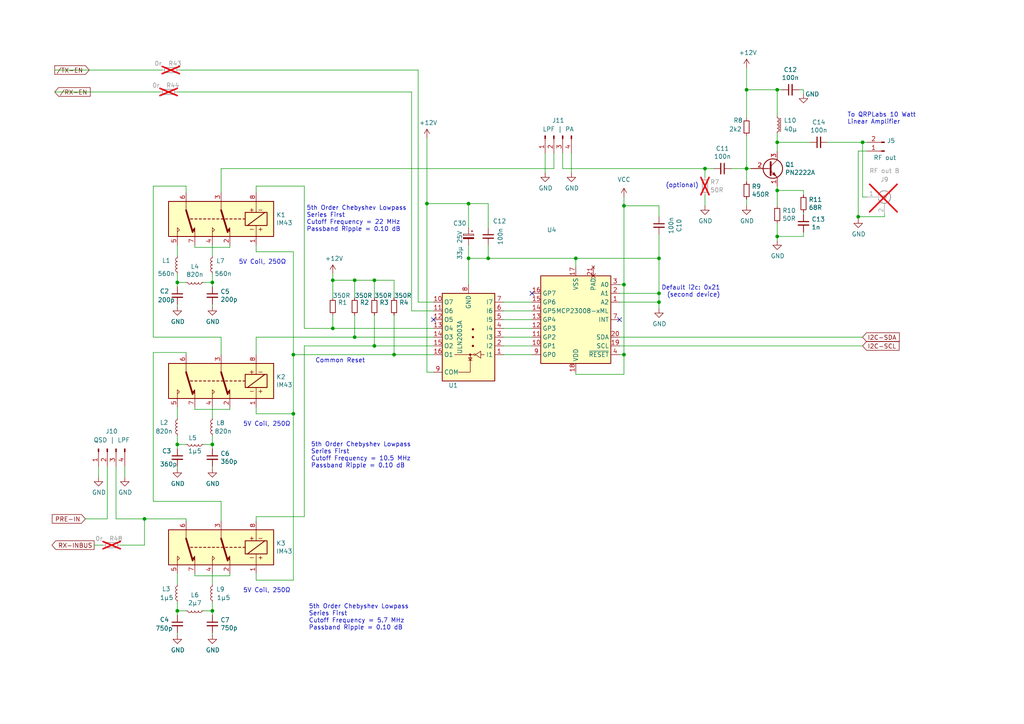
<source format=kicad_sch>
(kicad_sch (version 20230121) (generator eeschema)
  (paper "A4")
  (title_block (title "HF IQ Transceiver PiggyBack for Pi (not a hat)") (date "2024-01-21") (rev "2.0-1") (company "AE0GL: Mario P. Vano") (comment 1 "Sheet 1: Power Supplies, Headset and GPIO"))
  (lib_symbols
    (symbol "Connector:Conn_01x04_Pin" (pin_names (offset 1.016) hide)
      (property "Reference" "J" (at 0 5.08 0))
      (property "Value" "Conn_01x04_Pin" (at 0 -7.62 0))
      (symbol "Conn_01x04_Pin_1_1"
        (pin passive line (at 5.08 2.54 180) (length 3.81) (name "Pin_1") (number "1"))
        (pin passive line (at 5.08 0 180) (length 3.81) (name "Pin_2") (number "2"))
        (pin passive line (at 5.08 -2.54 180) (length 3.81) (name "Pin_3") (number "3"))
        (pin passive line (at 5.08 -5.08 180) (length 3.81) (name "Pin_4") (number "4"))
      )
    )
    (symbol "Connector:Conn_Coaxial" (pin_names (offset 1.016) hide)
      (property "Reference" "J" (at 0.254 3.048 0))
      (property "Value" "Conn_Coaxial" (at 2.921 0 90))
      (symbol "Conn_Coaxial_1_1"
        (pin passive line (at -5.08 0 0) (length 2.54) (name "In") (number "1"))
        (pin passive line (at 0 -5.08 90) (length 2.54) (name "Ext") (number "2"))
      )
    )
    (symbol "Device:C_Small" (pin_numbers hide) (pin_names (offset 0.254) hide)
      (property "Reference" "C" (at 0.254 1.778 0))
      (property "Value" "C_Small" (at 0.254 -2.032 0))
      (symbol "C_Small_1_1"
        (pin passive line (at 0 2.54 270) (length 2.032) (name "~") (number "1"))
        (pin passive line (at 0 -2.54 90) (length 2.032) (name "~") (number "2"))
      )
    )
    (symbol "Device:L_Small" (pin_numbers hide) (pin_names (offset 0.254) hide)
      (property "Reference" "L" (at 0.762 1.016 0))
      (property "Value" "L_Small" (at 0.762 -1.016 0))
      (symbol "L_Small_1_1"
        (pin passive line (at 0 2.54 270) (length 0.508) (name "~") (number "1"))
        (pin passive line (at 0 -2.54 90) (length 0.508) (name "~") (number "2"))
      )
    )
    (symbol "Device:R_Small" (pin_numbers hide) (pin_names (offset 0.254) hide)
      (property "Reference" "R" (at 0.762 0.508 0))
      (property "Value" "R_Small" (at 0.762 -1.016 0))
      (symbol "R_Small_1_1"
        (pin passive line (at 0 2.54 270) (length 0.762) (name "~") (number "1"))
        (pin passive line (at 0 -2.54 90) (length 0.762) (name "~") (number "2"))
      )
    )
    (symbol "MPV-2024:MCP23008-xML"
      (property "Reference" "U" (at -8.89 13.97 0))
      (property "Value" "MCP23008-xML" (at 8.89 13.97 0))
      (symbol "MCP23008-xML_1_1"
        (pin input line (at -12.7 -5.08 0) (length 2.54) (name "A2") (number "1"))
        (pin bidirectional line (at 12.7 7.62 180) (length 2.54) (name "GP1") (number "10"))
        (pin bidirectional line (at 12.7 5.08 180) (length 2.54) (name "GP2") (number "11"))
        (pin bidirectional line (at 12.7 2.54 180) (length 2.54) (name "GP3") (number "12"))
        (pin bidirectional line (at 12.7 0 180) (length 2.54) (name "GP4") (number "13"))
        (pin bidirectional line (at 12.7 -2.54 180) (length 2.54) (name "GP5") (number "14"))
        (pin bidirectional line (at 12.7 -5.08 180) (length 2.54) (name "GP6") (number "15"))
        (pin bidirectional line (at 12.7 -7.62 180) (length 2.54) (name "GP7") (number "16"))
        (pin power_in line (at 0 -15.24 90) (length 2.54) (name "VSS") (number "17"))
        (pin power_in line (at 0 15.24 270) (length 2.54) (name "VDD") (number "18"))
        (pin input line (at -12.7 7.62 0) (length 2.54) (name "SCL") (number "19"))
        (pin input line (at -12.7 -7.62 0) (length 2.54) (name "A1") (number "2"))
        (pin bidirectional line (at -12.7 5.08 0) (length 2.54) (name "SDA") (number "20"))
        (pin no_connect non_logic (at -5.08 -15.24 90) (length 2.54) (name "PAD") (number "21"))
        (pin input line (at -12.7 -10.16 0) (length 2.54) (name "A0") (number "3"))
        (pin input line (at -12.7 10.16 0) (length 2.54) (name "~{RESET}") (number "4"))
        (pin no_connect line (at -10.16 2.54 0) (length 2.54) hide (name "NC") (number "5"))
        (pin no_connect line (at -10.16 -2.54 0) (length 2.54) hide (name "NC") (number "6"))
        (pin output line (at -12.7 0 0) (length 2.54) (name "INT") (number "7"))
        (pin no_connect line (at 10.16 -10.16 180) (length 2.54) hide (name "NC") (number "8"))
        (pin bidirectional line (at 12.7 10.16 180) (length 2.54) (name "GP0") (number "9"))
      )
    )
    (symbol "Relay:IM43"
      (property "Reference" "K" (at 16.51 3.81 0))
      (property "Value" "IM43" (at 16.51 1.27 0))
      (symbol "IM43_0_0"
        (text "+ -" (at -10.16 -2.667 0) (effects (font (size 1.27 1.27))))
        (text "- +" (at -10.16 2.921 0) (effects (font (size 1.27 1.27))))
      )
      (symbol "IM43_1_1"
        (pin passive line (at -10.16 7.62 270) (length 2.54) (name "~") (number "1"))
        (pin passive line (at -2.54 7.62 270) (length 2.54) (name "~") (number "2"))
        (pin passive line (at 0 -7.62 90) (length 2.54) (name "~") (number "3"))
        (pin passive line (at 2.54 7.62 270) (length 2.54) (name "~") (number "4"))
        (pin passive line (at 12.7 7.62 270) (length 2.54) (name "~") (number "5"))
        (pin passive line (at 10.16 -7.62 90) (length 2.54) (name "~") (number "6"))
        (pin passive line (at 7.62 7.62 270) (length 2.54) (name "~") (number "7"))
        (pin passive line (at -10.16 -7.62 90) (length 2.54) (name "~") (number "8"))
      )
    )
    (symbol "Transistor_Array:ULN2003A"
      (property "Reference" "U" (at 0 15.875 0))
      (property "Value" "ULN2003A" (at 0 13.97 0))
      (symbol "ULN2003A_1_1"
        (pin input line (at -10.16 5.08 0) (length 2.54) (name "I1") (number "1"))
        (pin open_collector line (at 10.16 -10.16 180) (length 2.54) (name "O7") (number "10"))
        (pin open_collector line (at 10.16 -7.62 180) (length 2.54) (name "O6") (number "11"))
        (pin open_collector line (at 10.16 -5.08 180) (length 2.54) (name "O5") (number "12"))
        (pin open_collector line (at 10.16 -2.54 180) (length 2.54) (name "O4") (number "13"))
        (pin open_collector line (at 10.16 0 180) (length 2.54) (name "O3") (number "14"))
        (pin open_collector line (at 10.16 2.54 180) (length 2.54) (name "O2") (number "15"))
        (pin open_collector line (at 10.16 5.08 180) (length 2.54) (name "O1") (number "16"))
        (pin input line (at -10.16 2.54 0) (length 2.54) (name "I2") (number "2"))
        (pin input line (at -10.16 0 0) (length 2.54) (name "I3") (number "3"))
        (pin input line (at -10.16 -2.54 0) (length 2.54) (name "I4") (number "4"))
        (pin input line (at -10.16 -5.08 0) (length 2.54) (name "I5") (number "5"))
        (pin input line (at -10.16 -7.62 0) (length 2.54) (name "I6") (number "6"))
        (pin input line (at -10.16 -10.16 0) (length 2.54) (name "I7") (number "7"))
        (pin power_in line (at 0 -15.24 90) (length 2.54) (name "GND") (number "8"))
        (pin passive line (at 10.16 10.16 180) (length 2.54) (name "COM") (number "9"))
      )
    )
    (symbol "Transistor_BJT:PN2222A" (pin_names (offset 0) hide)
      (property "Reference" "Q" (at 5.08 1.905 0))
      (property "Value" "PN2222A" (at 5.08 0 0))
      (symbol "PN2222A_1_1"
        (pin passive line (at 2.54 -5.08 90) (length 2.54) (name "E") (number "1"))
        (pin input line (at -5.08 0 0) (length 5.08) (name "B") (number "2"))
        (pin passive line (at 2.54 5.08 270) (length 2.54) (name "C") (number "3"))
      )
    )
    (symbol "power:+12V" (power) (pin_names (offset 0))
      (property "Value" "+12V" (at 0 3.556 0))
      (symbol "+12V_1_1"
        (pin power_in line (at 0 0 90) (length 0) hide (name "+12V") (number "1"))
      )
    )
    (symbol "power:GND" (power) (pin_names (offset 0))
      (property "Value" "GND" (at 0 -3.81 0))
      (symbol "GND_1_1"
        (pin power_in line (at 0 0 270) (length 0) hide (name "GND") (number "1"))
      )
    )
    (symbol "power:VCC" (power) (pin_names (offset 0))
      (property "Value" "VCC" (at 0 3.81 0))
      (symbol "VCC_1_1"
        (pin power_in line (at 0 0 90) (length 0) hide (name "VCC") (number "1"))
      )
    )
    (symbol "predriver-rescue:Conn_01x02_Male-Connector" (pin_names (offset 1.016) hide)
      (property "Reference" "J" (at 0 2.54 0))
      (property "Value" "Connector_Conn_01x02_Male" (at 0 -5.08 0))
      (symbol "Conn_01x02_Male-Connector_1_1"
        (pin passive line (at 5.08 0 180) (length 3.81) (name "Pin_1") (number "1"))
        (pin passive line (at 5.08 -2.54 180) (length 3.81) (name "Pin_2") (number "2"))
      )
    )
    (symbol "predriver-rescue:L_Core_Ferrite_Small-Device" (pin_numbers hide) (pin_names (offset 0.254) hide)
      (property "Reference" "L" (at 1.27 1.016 0))
      (property "Value" "Device_L_Core_Ferrite_Small" (at 1.27 -1.27 0))
      (symbol "L_Core_Ferrite_Small-Device_1_1"
        (pin passive line (at 0 2.54 270) (length 0.508) (name "~") (number "1"))
        (pin passive line (at 0 -2.54 90) (length 0.508) (name "~") (number "2"))
      )
    )
    (symbol "radiohead-rescue:CP_Small-Device" (pin_numbers hide) (pin_names (offset 0.254) hide)
      (property "Reference" "C" (at 0.254 1.778 0))
      (property "Value" "CP_Small-Device" (at 0.254 -2.032 0))
      (symbol "CP_Small-Device_1_1"
        (pin passive line (at 0 2.54 270) (length 1.8542) (name "~") (number "1"))
        (pin passive line (at 0 -2.54 90) (length 1.8542) (name "~") (number "2"))
      )
    )
  )
  (junction (at 248.92 62.865))
  (junction (at 114.3 102.87))
  (junction (at 191.135 74.93))
  (junction (at 41.91 150.495))
  (junction (at 51.435 81.915))
  (junction (at 51.435 128.905))
  (junction (at 250.19 41.275))
  (junction (at 85.09 120.015))
  (junction (at 167.005 74.93))
  (junction (at 102.87 97.79))
  (junction (at 225.425 26.035))
  (junction (at 225.425 68.58))
  (junction (at 108.585 81.28))
  (junction (at 51.435 177.165))
  (junction (at 180.975 102.87))
  (junction (at 61.595 128.905))
  (junction (at 96.52 95.25))
  (junction (at 225.425 41.275))
  (junction (at 102.87 81.28))
  (junction (at 96.52 81.28))
  (junction (at 85.09 102.87))
  (junction (at 135.89 74.93))
  (junction (at 180.975 59.69))
  (junction (at 191.135 87.63))
  (junction (at 204.47 48.895))
  (junction (at 225.425 55.245))
  (junction (at 108.585 100.33))
  (junction (at 216.535 26.035))
  (junction (at 61.595 81.915))
  (junction (at 216.535 48.895))
  (junction (at 180.975 82.55))
  (junction (at 61.595 177.165))
  (junction (at 135.89 59.055))
  (junction (at 141.605 74.93))
  (junction (at 191.135 85.09))
  (junction (at 123.825 59.055))
  (no_connect (at 179.705 92.71))
  (no_connect (at 125.73 92.71))
  (no_connect (at 154.305 85.09))
  (wire (pts (xy 141.605 66.04) (xy 141.605 59.055)))
  (wire (pts (xy 88.265 95.25) (xy 96.52 95.25)))
  (wire (pts (xy 51.435 130.175) (xy 51.435 128.905)))
  (wire (pts (xy 248.92 62.865) (xy 256.54 62.865)))
  (wire (pts (xy 56.515 118.11) (xy 56.515 118.745)))
  (wire (pts (xy 24.765 150.495) (xy 31.115 150.495)))
  (wire (pts (xy 61.595 130.175) (xy 61.595 128.905)))
  (wire (pts (xy 167.005 74.93) (xy 191.135 74.93)))
  (wire (pts (xy 61.595 135.89) (xy 61.595 135.255)))
  (wire (pts (xy 41.91 158.115) (xy 41.91 150.495)))
  (wire (pts (xy 146.05 102.87) (xy 154.305 102.87)))
  (wire (pts (xy 108.585 100.33) (xy 88.265 100.33)))
  (wire (pts (xy 74.295 149.86) (xy 88.265 149.86)))
  (wire (pts (xy 61.595 166.37) (xy 61.595 169.545)))
  (wire (pts (xy 251.46 43.815) (xy 248.92 43.815)))
  (wire (pts (xy 74.295 53.975) (xy 88.265 53.975)))
  (wire (pts (xy 96.52 81.28) (xy 102.87 81.28)))
  (wire (pts (xy 225.425 53.975) (xy 225.425 55.245)))
  (wire (pts (xy 191.135 74.93) (xy 191.135 85.09)))
  (wire (pts (xy 160.655 44.45) (xy 160.655 48.895)))
  (wire (pts (xy 56.515 118.745) (xy 66.675 118.745)))
  (wire (pts (xy 96.52 79.375) (xy 96.52 81.28)))
  (wire (pts (xy 216.535 26.035) (xy 225.425 26.035)))
  (wire (pts (xy 191.135 85.09) (xy 191.135 87.63)))
  (wire (pts (xy 44.45 53.975) (xy 44.45 97.79)))
  (wire (pts (xy 216.535 57.785) (xy 216.535 59.69)))
  (wire (pts (xy 85.09 102.87) (xy 114.3 102.87)))
  (wire (pts (xy 165.735 44.45) (xy 165.735 50.165)))
  (wire (pts (xy 61.595 81.915) (xy 59.055 81.915)))
  (wire (pts (xy 216.535 19.685) (xy 216.535 26.035)))
  (wire (pts (xy 204.47 48.895) (xy 163.195 48.895)))
  (wire (pts (xy 53.975 102.87) (xy 53.975 102.235)))
  (wire (pts (xy 135.89 74.93) (xy 135.89 82.55)))
  (wire (pts (xy 51.435 177.165) (xy 53.975 177.165)))
  (wire (pts (xy 179.705 82.55) (xy 180.975 82.55)))
  (wire (pts (xy 74.295 149.86) (xy 74.295 151.13)))
  (wire (pts (xy 179.705 85.09) (xy 191.135 85.09)))
  (wire (pts (xy 64.135 145.415) (xy 44.45 145.415)))
  (wire (pts (xy 146.05 87.63) (xy 154.305 87.63)))
  (wire (pts (xy 51.435 71.12) (xy 51.435 74.295)))
  (wire (pts (xy 114.3 102.87) (xy 125.73 102.87)))
  (wire (pts (xy 44.45 102.235) (xy 44.45 145.415)))
  (wire (pts (xy 61.595 118.11) (xy 61.595 121.285)))
  (wire (pts (xy 216.535 34.29) (xy 216.535 26.035)))
  (wire (pts (xy 225.425 38.735) (xy 225.425 41.275)))
  (wire (pts (xy 146.05 97.79) (xy 154.305 97.79)))
  (wire (pts (xy 123.825 40.005) (xy 123.825 59.055)))
  (wire (pts (xy 191.135 74.93) (xy 191.135 67.945)))
  (wire (pts (xy 61.595 83.185) (xy 61.595 81.915)))
  (wire (pts (xy 216.535 52.705) (xy 216.535 48.895)))
  (wire (pts (xy 53.975 53.975) (xy 44.45 53.975)))
  (wire (pts (xy 225.425 26.035) (xy 226.695 26.035)))
  (wire (pts (xy 34.925 158.115) (xy 41.91 158.115)))
  (wire (pts (xy 141.605 74.93) (xy 135.89 74.93)))
  (wire (pts (xy 51.435 178.435) (xy 51.435 177.165)))
  (wire (pts (xy 179.705 97.79) (xy 250.19 97.79)))
  (wire (pts (xy 146.05 100.33) (xy 154.305 100.33)))
  (wire (pts (xy 96.52 95.25) (xy 125.73 95.25)))
  (wire (pts (xy 212.09 48.895) (xy 216.535 48.895)))
  (wire (pts (xy 51.435 135.89) (xy 51.435 135.255)))
  (wire (pts (xy 61.595 178.435) (xy 61.595 177.165)))
  (wire (pts (xy 85.09 73.025) (xy 85.09 102.87)))
  (wire (pts (xy 180.975 59.69) (xy 180.975 82.55)))
  (wire (pts (xy 31.115 135.255) (xy 31.115 150.495)))
  (wire (pts (xy 27.305 158.115) (xy 29.845 158.115)))
  (wire (pts (xy 61.595 184.15) (xy 61.595 183.515)))
  (wire (pts (xy 15.875 26.67) (xy 46.355 26.67)))
  (wire (pts (xy 51.435 118.11) (xy 51.435 121.285)))
  (wire (pts (xy 225.425 55.245) (xy 225.425 59.69)))
  (wire (pts (xy 56.515 71.755) (xy 66.675 71.755)))
  (wire (pts (xy 102.87 81.28) (xy 102.87 86.36)))
  (wire (pts (xy 108.585 100.33) (xy 125.73 100.33)))
  (wire (pts (xy 51.435 128.905) (xy 53.975 128.905)))
  (wire (pts (xy 204.47 48.895) (xy 207.01 48.895)))
  (wire (pts (xy 225.425 64.77) (xy 225.425 68.58)))
  (wire (pts (xy 114.3 81.28) (xy 114.3 86.36)))
  (wire (pts (xy 251.46 57.15) (xy 250.19 57.15)))
  (wire (pts (xy 51.435 126.365) (xy 51.435 128.905)))
  (wire (pts (xy 123.825 59.055) (xy 123.825 107.95)))
  (wire (pts (xy 256.54 62.23) (xy 256.54 62.865)))
  (wire (pts (xy 61.595 177.165) (xy 59.055 177.165)))
  (wire (pts (xy 61.595 79.375) (xy 61.595 81.915)))
  (wire (pts (xy 179.705 87.63) (xy 191.135 87.63)))
  (wire (pts (xy 125.73 87.63) (xy 121.285 87.63)))
  (wire (pts (xy 250.19 41.275) (xy 251.46 41.275)))
  (wire (pts (xy 114.3 91.44) (xy 114.3 102.87)))
  (wire (pts (xy 66.675 118.745) (xy 66.675 118.11)))
  (wire (pts (xy 146.05 95.25) (xy 154.305 95.25)))
  (wire (pts (xy 64.135 55.88) (xy 64.135 48.895)))
  (wire (pts (xy 216.535 48.895) (xy 217.805 48.895)))
  (wire (pts (xy 180.975 82.55) (xy 180.975 102.87)))
  (wire (pts (xy 85.09 73.025) (xy 74.295 73.025)))
  (wire (pts (xy 233.045 26.035) (xy 233.045 27.305)))
  (wire (pts (xy 74.295 53.975) (xy 74.295 55.88)))
  (wire (pts (xy 250.19 41.275) (xy 250.19 57.15)))
  (wire (pts (xy 167.005 74.93) (xy 167.005 77.47)))
  (wire (pts (xy 74.295 120.015) (xy 74.295 118.11)))
  (wire (pts (xy 108.585 91.44) (xy 108.585 100.33)))
  (wire (pts (xy 225.425 26.035) (xy 225.425 33.655)))
  (wire (pts (xy 51.435 81.915) (xy 53.975 81.915)))
  (wire (pts (xy 28.575 135.255) (xy 28.575 138.43)))
  (wire (pts (xy 64.135 145.415) (xy 64.135 151.13)))
  (wire (pts (xy 61.595 126.365) (xy 61.595 128.905)))
  (wire (pts (xy 51.435 166.37) (xy 51.435 169.545)))
  (wire (pts (xy 51.435 174.625) (xy 51.435 177.165)))
  (wire (pts (xy 85.09 120.015) (xy 74.295 120.015)))
  (wire (pts (xy 180.975 59.69) (xy 191.135 59.69)))
  (wire (pts (xy 119.38 90.17) (xy 119.38 26.67)))
  (wire (pts (xy 225.425 69.85) (xy 225.425 68.58)))
  (wire (pts (xy 15.875 20.32) (xy 46.99 20.32)))
  (wire (pts (xy 102.87 91.44) (xy 102.87 97.79)))
  (wire (pts (xy 102.87 81.28) (xy 108.585 81.28)))
  (wire (pts (xy 61.595 128.905) (xy 59.055 128.905)))
  (wire (pts (xy 33.655 135.255) (xy 33.655 150.495)))
  (wire (pts (xy 231.775 26.035) (xy 233.045 26.035)))
  (wire (pts (xy 146.05 90.17) (xy 154.305 90.17)))
  (wire (pts (xy 163.195 44.45) (xy 163.195 48.895)))
  (wire (pts (xy 154.305 92.71) (xy 146.05 92.71)))
  (wire (pts (xy 74.295 73.025) (xy 74.295 71.12)))
  (wire (pts (xy 248.92 62.865) (xy 248.92 63.5)))
  (wire (pts (xy 248.92 43.815) (xy 248.92 62.865)))
  (wire (pts (xy 108.585 81.28) (xy 114.3 81.28)))
  (wire (pts (xy 56.515 71.12) (xy 56.515 71.755)))
  (wire (pts (xy 85.09 168.275) (xy 74.295 168.275)))
  (wire (pts (xy 167.005 108.585) (xy 180.975 108.585)))
  (wire (pts (xy 233.045 67.31) (xy 233.045 68.58)))
  (wire (pts (xy 66.675 71.755) (xy 66.675 71.12)))
  (wire (pts (xy 61.595 71.12) (xy 61.595 74.295)))
  (wire (pts (xy 121.285 87.63) (xy 121.285 20.32)))
  (wire (pts (xy 123.825 107.95) (xy 125.73 107.95)))
  (wire (pts (xy 44.45 97.79) (xy 64.135 97.79)))
  (wire (pts (xy 108.585 86.36) (xy 108.585 81.28)))
  (wire (pts (xy 74.295 168.275) (xy 74.295 166.37)))
  (wire (pts (xy 119.38 26.67) (xy 51.435 26.67)))
  (wire (pts (xy 53.975 102.235) (xy 44.45 102.235)))
  (wire (pts (xy 233.045 55.245) (xy 233.045 56.515)))
  (wire (pts (xy 119.38 90.17) (xy 125.73 90.17)))
  (wire (pts (xy 88.265 100.33) (xy 88.265 149.86)))
  (wire (pts (xy 53.975 150.495) (xy 53.975 151.13)))
  (wire (pts (xy 64.135 48.895) (xy 160.655 48.895)))
  (wire (pts (xy 51.435 79.375) (xy 51.435 81.915)))
  (wire (pts (xy 216.535 39.37) (xy 216.535 48.895)))
  (wire (pts (xy 51.435 88.9) (xy 51.435 88.265)))
  (wire (pts (xy 74.295 97.79) (xy 102.87 97.79)))
  (wire (pts (xy 135.89 66.04) (xy 135.89 59.055)))
  (wire (pts (xy 121.285 20.32) (xy 52.07 20.32)))
  (wire (pts (xy 141.605 71.12) (xy 141.605 74.93)))
  (wire (pts (xy 179.705 100.33) (xy 250.19 100.33)))
  (wire (pts (xy 135.89 71.12) (xy 135.89 74.93)))
  (wire (pts (xy 102.87 97.79) (xy 125.73 97.79)))
  (wire (pts (xy 41.91 150.495) (xy 53.975 150.495)))
  (wire (pts (xy 88.265 95.25) (xy 88.265 53.975)))
  (wire (pts (xy 191.135 59.69) (xy 191.135 62.865)))
  (wire (pts (xy 53.975 55.88) (xy 53.975 53.975)))
  (wire (pts (xy 85.09 120.015) (xy 85.09 168.275)))
  (wire (pts (xy 66.675 167.005) (xy 66.675 166.37)))
  (wire (pts (xy 204.47 56.515) (xy 204.47 59.69)))
  (wire (pts (xy 51.435 83.185) (xy 51.435 81.915)))
  (wire (pts (xy 204.47 51.435) (xy 204.47 48.895)))
  (wire (pts (xy 167.005 107.95) (xy 167.005 108.585)))
  (wire (pts (xy 85.09 102.87) (xy 85.09 120.015)))
  (wire (pts (xy 135.89 59.055) (xy 123.825 59.055)))
  (wire (pts (xy 180.975 57.15) (xy 180.975 59.69)))
  (wire (pts (xy 56.515 166.37) (xy 56.515 167.005)))
  (wire (pts (xy 179.705 102.87) (xy 180.975 102.87)))
  (wire (pts (xy 225.425 41.275) (xy 225.425 43.815)))
  (wire (pts (xy 233.045 61.595) (xy 233.045 62.23)))
  (wire (pts (xy 33.655 150.495) (xy 41.91 150.495)))
  (wire (pts (xy 180.975 108.585) (xy 180.975 102.87)))
  (wire (pts (xy 234.95 41.275) (xy 225.425 41.275)))
  (wire (pts (xy 141.605 59.055) (xy 135.89 59.055)))
  (wire (pts (xy 240.03 41.275) (xy 250.19 41.275)))
  (wire (pts (xy 96.52 81.28) (xy 96.52 86.36)))
  (wire (pts (xy 158.115 44.45) (xy 158.115 50.165)))
  (wire (pts (xy 167.005 74.93) (xy 141.605 74.93)))
  (wire (pts (xy 56.515 167.005) (xy 66.675 167.005)))
  (wire (pts (xy 74.295 97.79) (xy 74.295 102.87)))
  (wire (pts (xy 233.045 68.58) (xy 225.425 68.58)))
  (wire (pts (xy 64.135 97.79) (xy 64.135 102.87)))
  (wire (pts (xy 51.435 184.15) (xy 51.435 183.515)))
  (wire (pts (xy 61.595 174.625) (xy 61.595 177.165)))
  (wire (pts (xy 191.135 87.63) (xy 191.135 89.535)))
  (wire (pts (xy 36.195 135.255) (xy 36.195 138.43)))
  (wire (pts (xy 96.52 91.44) (xy 96.52 95.25)))
  (wire (pts (xy 61.595 88.9) (xy 61.595 88.265)))
  (wire (pts (xy 225.425 55.245) (xy 233.045 55.245)))
  (text "5th Order Chebyshev Lowpass\nSeries First\nCutoff Frequency = 22 MHz\nPassband Ripple = 0.10 dB\n" (at 88.9 67.31 0) (effects (font (size 1.27 1.27)) (justify left bottom)))
  (text "5V Coil, 250Ω" (at 70.485 172.085 0) (effects (font (size 1.27 1.27)) (justify left bottom)))
  (text "5th Order Chebyshev Lowpass\nSeries First\nCutoff Frequency = 10.5 MHz\nPassband Ripple = 0.10 dB\n" (at 90.17 135.89 0) (effects (font (size 1.27 1.27)) (justify left bottom)))
  (text "5V Coil, 250Ω" (at 70.485 123.825 0) (effects (font (size 1.27 1.27)) (justify left bottom)))
  (text "5V Coil, 250Ω" (at 69.215 76.835 0) (effects (font (size 1.27 1.27)) (justify left bottom)))
  (text "5th Order Chebyshev Lowpass\nSeries First\nCutoff Frequency = 5.7 MHz\nPassband Ripple = 0.10 dB\n" (at 89.535 182.88 0) (effects (font (size 1.27 1.27)) (justify left bottom)))
  (text "Default i2c: 0x21\n(second device)" (at 208.915 86.36 0) (effects (font (size 1.27 1.27)) (justify right bottom)))
  (text "Common Reset" (at 91.44 105.41 0) (effects (font (size 1.27 1.27)) (justify left bottom)))
  (text "(optional)" (at 193.04 54.61 0) (effects (font (size 1.27 1.27)) (justify left bottom)))
  (text "To QRPLabs 10 Watt\nLinear Amplifier" (at 245.745 36.195 0) (effects (font (size 1.27 1.27)) (justify left bottom)))
  (global_label "PRE-IN" (shape input) (at 24.765 150.495 180) (property "Intersheetrefs" "${INTERSHEET_REFS}" (effects hide)))
  (global_label "RX-INBUS" (shape output) (at 27.305 158.115 180) (property "Intersheetrefs" "${INTERSHEET_REFS}" (effects hide)))
  (global_label "{slash}RX-EN" (shape input) (at 15.875 26.67 0) (property "Intersheetrefs" "${INTERSHEET_REFS}" (effects hide)))
  (global_label "I2C-SDA" (shape input) (at 250.19 97.79 0) (property "Intersheetrefs" "${INTERSHEET_REFS}" (effects hide)))
  (global_label "I2C-SCL" (shape input) (at 250.19 100.33 0) (property "Intersheetrefs" "${INTERSHEET_REFS}" (effects hide)))
  (global_label "{slash}TX-EN" (shape output) (at 15.875 20.32 0) (property "Intersheetrefs" "${INTERSHEET_REFS}" (effects hide)))
  (symbol (lib_id "Transistor_BJT:PN2222A") (at 222.885 48.895 0) (unit 1)
    (property "Reference" "Q1" (at 227.711 47.7266 0) (effects (justify left)))
    (property "Value" "PN2222A" (at 227.711 50.038 0) (effects (justify left)))
    (property "Footprint" "Package_TO_SOT_THT:TO-92_Inline" (effects hide))
    (property "Datasheet" "https://www.onsemi.com/pub/Collateral/PN2222-D.PDF" (effects hide))
    (property "DigiKey Part Number" "PN2222AFS-ND" (effects hide))
    (property "Description" "TRANS NPN 40V 1A TO92-3" (effects hide))
    (property "Manufacturer_Name" "onsemi" (effects hide))
    (property "Manufacturer_Part_Number" "PN2222ABU" (effects hide))
  )
  (symbol (lib_id "Device:L_Small") (at 51.435 76.835 180) (unit 1)
    (property "Reference" "L1" (at 46.99 75.565 0) (effects (justify right)))
    (property "Value" "560n" (at 45.72 79.375 0) (effects (justify right)))
    (property "Footprint" "Inductor_SMD:L_0805_2012Metric" (effects hide))
    (property "DigiKey Part Number" "445-181347-1-ND" (effects hide))
    (property "Description" "FIXED IND 560NH 150MA 550MOHM SM" (effects hide))
    (property "Manufacturer_Name" "TDK Corporation" (effects hide))
    (property "Manufacturer_Part_Number" "MLF2012DR56JT000" (effects hide))
    (instances (project "predriver" (path "" (reference "L1") (unit 1))) (project "radiohead" (path "" (reference "L8") (unit 1))))
  )
  (symbol (lib_id "Device:R_Small") (at 225.425 62.23 0) (unit 1)
    (property "Reference" "R10" (at 226.9236 61.0616 0) (effects (justify left)))
    (property "Value" "50R" (at 226.9236 63.373 0) (effects (justify left)))
    (property "Footprint" "Resistor_SMD:R_0603_1608Metric" (effects hide))
    (property "DigiKey Part Number" "RMCF0603FT51R0CT-ND" (effects hide))
    (property "Description" "RES 51 OHM 1% 1/10W 0603" (effects hide))
    (property "Manufacturer_Part_Number" "RMCF0603FT51R0" (effects hide))
    (property "Manufacturer_Name" "Stackpole Electronics Inc" (effects hide))
    (instances (project "predriver" (path "" (reference "R10") (unit 1))) (project "radiohead" (path "" (reference "R39") (unit 1))))
  )
  (symbol (lib_id "Device:R_Small") (at 233.045 59.055 0) (unit 1)
    (property "Reference" "R11" (at 234.5436 57.8866 0) (effects (justify left)))
    (property "Value" "68R" (at 234.5436 60.198 0) (effects (justify left)))
    (property "Footprint" "Resistor_SMD:R_0603_1608Metric" (effects hide))
    (property "DigiKey Part Number" "RMCF0603FT68R0CT-ND" (effects hide))
    (property "Description" "RES 68 OHM 1% 1/10W 0603" (effects hide))
    (property "Manufacturer_Part_Number" "RMCF0603FT68R0" (effects hide))
    (property "Manufacturer_Name" "Stackpole Electronics Inc" (effects hide))
    (instances (project "predriver" (path "" (reference "R11") (unit 1))) (project "radiohead" (path "" (reference "R40") (unit 1))))
  )
  (symbol (lib_id "Device:L_Small") (at 56.515 81.915 270) (unit 1)
    (property "Reference" "L4" (at 56.515 77.3176 90))
    (property "Value" "820n" (at 56.515 79.629 90))
    (property "Footprint" "Inductor_SMD:L_0805_2012Metric" (effects hide))
    (property "DigiKey Part Number" "445-181349-1-ND" (effects hide))
    (property "Description" "FIXED IND 820NH 150MA 650MOHM SM" (effects hide))
    (property "Manufacturer_Name" "TDK Corporation" (effects hide))
    (property "Manufacturer_Part_Number" "MLF2012DR82JT000" (effects hide))
    (instances (project "predriver" (path "" (reference "L4") (unit 1))) (project "radiohead" (path "" (reference "L11") (unit 1))))
  )
  (symbol (lib_id "Device:C_Small") (at 233.045 64.77 0) (unit 1)
    (property "Reference" "C13" (at 235.3818 63.6016 0) (effects (justify left)))
    (property "Value" "1n" (at 235.3818 65.913 0) (effects (justify left)))
    (property "Footprint" "Capacitor_SMD:C_0603_1608Metric" (effects hide))
    (property "DigiKey Part Number" "1276-1091-1-ND" (effects hide))
    (property "Manufacturer_Part_Number" "CL10C102JB8NNNC" (effects hide))
    (property "Description" "CAP CER 1000PF 50V C0G/NP0 0603" (effects hide))
    (property "Manufacturer_Name" "Samsung Electro-Mechanics" (effects hide))
    (instances (project "predriver" (path "" (reference "C13") (unit 1))) (project "radiohead" (path "" (reference "C65") (unit 1))))
  )
  (symbol (lib_id "Device:L_Small") (at 61.595 76.835 180) (unit 1)
    (property "Reference" "L7" (at 62.7126 75.6666 0) (effects (justify right)))
    (property "Value" "560n" (at 62.23 79.375 0) (effects (justify right)))
    (property "Footprint" "Inductor_SMD:L_0805_2012Metric" (effects hide))
    (property "DigiKey Part Number" "445-181347-1-ND" (effects hide))
    (property "Description" "FIXED IND 560NH 150MA 550MOHM SM" (effects hide))
    (property "Manufacturer_Name" "TDK Corporation" (effects hide))
    (property "Manufacturer_Part_Number" "MLF2012DR56JT000" (effects hide))
    (instances (project "predriver" (path "" (reference "L7") (unit 1))) (project "radiohead" (path "" (reference "L14") (unit 1))))
  )
  (symbol (lib_id "power:GND") (at 225.425 69.85 0) (unit 1)
    (property "Reference" "#PWR024" (effects hide))
    (property "Value" "GND" (at 225.552 74.2442 0))
    (instances (project "predriver" (path "" (reference "#PWR024") (unit 1))) (project "radiohead" (path "" (reference "#PWR056") (unit 1))))
  )
  (symbol (lib_id "Device:C_Small") (at 209.55 48.895 270) (unit 1)
    (property "Reference" "C11" (at 209.55 43.0784 90))
    (property "Value" "100n" (at 209.55 45.3898 90))
    (property "Footprint" "Capacitor_SMD:C_0603_1608Metric" (effects hide))
    (property "DigiKey Part Number" "1276-1033-1-ND" (effects hide))
    (property "Manufacturer_Part_Number" "CL10B104JB8NNNC" (effects hide))
    (property "Description" "0.1 µF ±5% 50V Ceramic Capacitor X7R 0603 (1608 Metric)" (effects hide))
    (property "Manufacturer_Name" "Samsung Electro-Mechanics" (effects hide))
    (instances (project "predriver" (path "" (reference "C11") (unit 1))) (project "radiohead" (path "" (reference "C63") (unit 1))))
  )
  (symbol (lib_id "Device:R_Small") (at 216.535 36.83 0) (unit 1)
    (property "Reference" "R8" (at 212.725 34.925 0) (effects (justify left)))
    (property "Value" "2k2" (at 211.455 37.465 0) (effects (justify left)))
    (property "Footprint" "Resistor_SMD:R_0603_1608Metric" (effects hide))
    (property "DigiKey Part Number" "RMCF0603FT2K20CT-ND" (effects hide))
    (property "Description" "RES 2.2K OHM 1% 1/10W 0603" (effects hide))
    (property "Manufacturer_Part_Number" "RMCF0603FT2K20" (effects hide))
    (property "Manufacturer_Name" "Stackpole Electronics Inc" (effects hide))
    (instances (project "predriver" (path "" (reference "R8") (unit 1))) (project "radiohead" (path "" (reference "R37") (unit 1))))
  )
  (symbol (lib_id "Device:R_Small") (at 216.535 55.245 0) (unit 1)
    (property "Reference" "R9" (at 218.0336 54.0766 0) (effects (justify left)))
    (property "Value" "450R" (at 218.0336 56.388 0) (effects (justify left)))
    (property "Footprint" "Resistor_SMD:R_0603_1608Metric" (effects hide))
    (property "DigiKey Part Number" "RMCF0603FT453RCT-ND" (effects hide))
    (property "Description" "RES 453 OHM 1% 1/10W 0603" (effects hide))
    (property "Manufacturer_Part_Number" "RMCF0603FT453R" (effects hide))
    (property "Manufacturer_Name" "Stackpole Electronics Inc" (effects hide))
    (instances (project "predriver" (path "" (reference "R9") (unit 1))) (project "radiohead" (path "" (reference "R38") (unit 1))))
  )
  (symbol (lib_id "Device:R_Small") (at 204.47 53.975 0) (unit 1) (dnp yes)
    (property "Reference" "R7" (at 205.9686 52.8066 0) (effects (justify left)))
    (property "Value" "50R" (at 205.9686 55.118 0) (effects (justify left)))
    (property "Footprint" "Resistor_SMD:R_0603_1608Metric" (effects hide))
    (property "DigiKey Part Number" "RMCF0603FT51R0CT-ND" (effects hide))
    (property "Description" "RES 51 OHM 1% 1/10W 0603" (effects hide))
    (property "Manufacturer_Part_Number" "RMCF0603FT51R0" (effects hide))
    (property "Manufacturer_Name" "Stackpole Electronics Inc" (effects hide))
    (instances (project "predriver" (path "" (reference "R7") (unit 1))) (project "radiohead" (path "" (reference "R36") (unit 1))))
  )
  (symbol (lib_id "power:GND") (at 204.47 59.69 0) (unit 1)
    (property "Reference" "#PWR020" (effects hide))
    (property "Value" "GND" (at 204.597 64.0842 0))
    (instances (project "predriver" (path "" (reference "#PWR020") (unit 1))) (project "radiohead" (path "" (reference "#PWR047") (unit 1))))
  )
  (symbol (lib_id "power:GND") (at 216.535 59.69 0) (unit 1)
    (property "Reference" "#PWR023" (effects hide))
    (property "Value" "GND" (at 216.662 64.0842 0))
    (instances (project "predriver" (path "" (reference "#PWR023") (unit 1))) (project "radiohead" (path "" (reference "#PWR055") (unit 1))))
  )
  (symbol (lib_id "predriver-rescue:L_Core_Ferrite_Small-Device") (at 225.425 36.195 0) (unit 1)
    (property "Reference" "L10" (at 227.33 34.925 0) (effects (justify left)))
    (property "Value" "40µ" (at 227.33 37.465 0) (effects (justify left)))
    (property "Footprint" "Inductor_SMD:L_0805_2012Metric" (effects hide))
    (property "DigiKey Part Number" "445-6400-1-ND" (effects hide))
    (property "Description" "FIXED IND 47UH 170MA 3.7 OHM SMD" (effects hide))
    (property "Manufacturer_Name" "TDK Corporation" (effects hide))
    (property "Manufacturer_Part_Number" "MLZ2012M470WT000" (effects hide))
    (instances (project "predriver" (path "" (reference "L10") (unit 1))) (project "radiohead" (path "" (reference "L17") (unit 1))))
  )
  (symbol (lib_id "Device:C_Small") (at 51.435 85.725 0) (unit 1)
    (property "Reference" "C2" (at 46.355 84.455 0) (effects (justify left)))
    (property "Value" "200p" (at 45.72 86.995 0) (effects (justify left)))
    (property "Footprint" "Capacitor_SMD:C_0603_1608Metric" (effects hide))
    (property "DigiKey Part Number" "399-C0603C201J5GAC7867CT-ND" (effects hide))
    (property "Description" "CAP CER 200PF 50V C0G/NP0 0603" (effects hide))
    (property "Manufacturer_Name" "KEMET" (effects hide))
    (property "Manufacturer_Part_Number" "C0603C201J5GAC7867" (effects hide))
    (instances (project "predriver" (path "" (reference "C2") (unit 1))) (project "radiohead" (path "" (reference "C6") (unit 1))))
  )
  (symbol (lib_id "Device:C_Small") (at 229.235 26.035 90) (unit 1)
    (property "Reference" "C12" (at 229.235 20.2184 90))
    (property "Value" "100n" (at 229.235 22.5298 90))
    (property "Footprint" "Capacitor_SMD:C_0603_1608Metric" (effects hide))
    (property "DigiKey Part Number" "1276-1033-1-ND" (effects hide))
    (property "Manufacturer_Part_Number" "CL10B104JB8NNNC" (effects hide))
    (property "Description" "0.1 µF ±5% 50V Ceramic Capacitor X7R 0603 (1608 Metric)" (effects hide))
    (property "Manufacturer_Name" "Samsung Electro-Mechanics" (effects hide))
    (instances (project "predriver" (path "" (reference "C12") (unit 1))) (project "radiohead" (path "" (reference "C64") (unit 1))))
  )
  (symbol (lib_id "Device:C_Small") (at 61.595 85.725 0) (unit 1)
    (property "Reference" "C5" (at 63.9318 84.5566 0) (effects (justify left)))
    (property "Value" "200p" (at 63.9318 86.868 0) (effects (justify left)))
    (property "Footprint" "Capacitor_SMD:C_0603_1608Metric" (effects hide))
    (property "DigiKey Part Number" "399-C0603C201J5GAC7867CT-ND" (effects hide))
    (property "Description" "CAP CER 200PF 50V C0G/NP0 0603" (effects hide))
    (property "Manufacturer_Name" "KEMET" (effects hide))
    (property "Manufacturer_Part_Number" "C0603C201J5GAC7867" (effects hide))
    (instances (project "predriver" (path "" (reference "C5") (unit 1))) (project "radiohead" (path "" (reference "C12") (unit 1))))
  )
  (symbol (lib_id "power:GND") (at 51.435 88.9 0) (unit 1)
    (property "Reference" "#PWR05" (effects hide))
    (property "Value" "GND" (at 51.562 93.2942 0))
    (instances (project "predriver" (path "" (reference "#PWR05") (unit 1))) (project "radiohead" (path "" (reference "#PWR011") (unit 1))))
  )
  (symbol (lib_id "power:GND") (at 61.595 88.9 0) (unit 1)
    (property "Reference" "#PWR08" (effects hide))
    (property "Value" "GND" (at 61.722 93.2942 0))
    (instances (project "predriver" (path "" (reference "#PWR08") (unit 1))) (project "radiohead" (path "" (reference "#PWR021") (unit 1))))
  )
  (symbol (lib_id "Device:C_Small") (at 237.49 41.275 90) (unit 1)
    (property "Reference" "C14" (at 237.49 35.4584 90))
    (property "Value" "100n" (at 237.49 37.7698 90))
    (property "Footprint" "Capacitor_SMD:C_0603_1608Metric" (effects hide))
    (property "DigiKey Part Number" "1276-1033-1-ND" (effects hide))
    (property "Manufacturer_Part_Number" "CL10B104JB8NNNC" (effects hide))
    (property "Description" "0.1 µF ±5% 50V Ceramic Capacitor X7R 0603 (1608 Metric)" (effects hide))
    (property "Manufacturer_Name" "Samsung Electro-Mechanics" (effects hide))
    (instances (project "predriver" (path "" (reference "C14") (unit 1))) (project "radiohead" (path "" (reference "C66") (unit 1))))
  )
  (symbol (lib_id "Relay:IM43") (at 64.135 63.5 180) (unit 1)
    (property "Reference" "K1" (at 80.137 62.3316 0) (effects (justify right)))
    (property "Value" "IM43" (at 80.137 64.643 0) (effects (justify right)))
    (property "Footprint" "Relay_THT:Relay_DPDT_AXICOM_IMSeries_Pitch5.08mm" (effects hide))
    (property "Datasheet" "http://www.te.com/commerce/DocumentDelivery/DDEController?Action=srchrtrv&DocNm=108-98001&DocType=SS&DocLang=EN" (effects hide))
    (property "DigiKey Part Number" "PB2081-ND" (effects hide))
    (property "Description" "Telecom Relay DPDT (2 Form C) Through Hole" (effects hide))
    (property "Manufacturer_Part_Number" "5-1462037-8" (effects hide))
    (property "Manufacturer_Name" "TE Connectivity Potter & Brumfield Relays" (effects hide))
  )
  (symbol (lib_id "power:GND") (at 233.045 27.305 0) (unit 1)
    (property "Reference" "#PWR025" (effects hide))
    (property "Value" "GND" (at 235.585 27.305 0))
    (instances (project "predriver" (path "" (reference "#PWR025") (unit 1))) (project "radiohead" (path "" (reference "#PWR059") (unit 1))))
  )
  (symbol (lib_id "predriver-rescue:Conn_01x02_Male-Connector") (at 256.54 43.815 180) (unit 1) (in_bom no)
    (property "Reference" "J5" (at 257.2512 40.8178 0) (effects (justify right)))
    (property "Value" "RF out" (at 253.365 45.72 0) (effects (justify right)))
    (property "Footprint" "Connector_PinHeader_2.54mm:PinHeader_2x01_P2.54mm_Vertical" (effects hide))
    (instances (project "predriver" (path "" (reference "J5") (unit 1))) (project "radiohead" (path "" (reference "J3") (unit 1))))
  )
  (symbol (lib_id "power:GND") (at 248.92 63.5 0) (unit 1)
    (property "Reference" "#PWR026" (effects hide))
    (property "Value" "GND" (at 249.047 67.8942 0))
    (instances (project "predriver" (path "" (reference "#PWR026") (unit 1))) (project "radiohead" (path "" (reference "#PWR060") (unit 1))))
  )
  (symbol (lib_id "Device:C_Small") (at 191.135 65.405 0) (unit 1)
    (property "Reference" "C10" (at 196.9516 65.405 90))
    (property "Value" "100n" (at 194.6402 65.405 90))
    (property "Footprint" "Capacitor_SMD:C_0603_1608Metric" (effects hide))
    (property "DigiKey Part Number" "1276-1033-1-ND" (effects hide))
    (property "Manufacturer_Part_Number" "CL10B104JB8NNNC" (effects hide))
    (property "Description" "0.1 µF ±5% 50V Ceramic Capacitor X7R 0603 (1608 Metric)" (effects hide))
    (property "Manufacturer_Name" "Samsung Electro-Mechanics" (effects hide))
    (instances (project "predriver" (path "" (reference "C10") (unit 1))) (project "radiohead" (path "" (reference "C62") (unit 1))))
  )
  (symbol (lib_id "Relay:IM43") (at 64.135 158.75 180) (unit 1)
    (property "Reference" "K3" (at 80.137 157.5816 0) (effects (justify right)))
    (property "Value" "IM43" (at 80.137 159.893 0) (effects (justify right)))
    (property "Footprint" "Relay_THT:Relay_DPDT_AXICOM_IMSeries_Pitch5.08mm" (effects hide))
    (property "Datasheet" "http://www.te.com/commerce/DocumentDelivery/DDEController?Action=srchrtrv&DocNm=108-98001&DocType=SS&DocLang=EN" (effects hide))
    (property "DigiKey Part Number" "PB2081-ND" (effects hide))
    (property "Description" "Telecom Relay DPDT (2 Form C) Through Hole" (effects hide))
    (property "Manufacturer_Part_Number" "5-1462037-8" (effects hide))
    (property "Manufacturer_Name" "TE Connectivity Potter & Brumfield Relays" (effects hide))
  )
  (symbol (lib_id "Relay:IM43") (at 64.135 110.49 180) (unit 1)
    (property "Reference" "K2" (at 80.137 109.3216 0) (effects (justify right)))
    (property "Value" "IM43" (at 80.137 111.633 0) (effects (justify right)))
    (property "Footprint" "Relay_THT:Relay_DPDT_AXICOM_IMSeries_Pitch5.08mm" (effects hide))
    (property "Datasheet" "http://www.te.com/commerce/DocumentDelivery/DDEController?Action=srchrtrv&DocNm=108-98001&DocType=SS&DocLang=EN" (effects hide))
    (property "DigiKey Part Number" "PB2081-ND" (effects hide))
    (property "Description" "Telecom Relay DPDT (2 Form C) Through Hole" (effects hide))
    (property "Manufacturer_Part_Number" "5-1462037-8" (effects hide))
    (property "Manufacturer_Name" "TE Connectivity Potter & Brumfield Relays" (effects hide))
  )
  (symbol (lib_id "power:+12V") (at 123.825 40.005 0) (unit 1)
    (property "Reference" "#PWR015" (effects hide))
    (property "Value" "+12V" (at 124.206 35.6108 0))
    (instances (project "predriver" (path "" (reference "#PWR015") (unit 1))) (project "radiohead" (path "" (reference "#PWR042") (unit 1))))
  )
  (symbol (lib_id "MPV-2024:MCP23008-xML") (at 167.005 92.71 180) (unit 1)
    (property "Reference" "U4" (at 160.02 66.675 0))
    (property "Value" "MCP23008-xML" (at 168.91 90.17 0))
    (property "Footprint" "Package_DFN_QFN:QFN-20-1EP_4x4mm_P0.5mm_EP2.7x2.7mm" (effects hide))
    (property "Datasheet" "http://ww1.microchip.com/downloads/en/DeviceDoc/MCP23008-MCP23S08-Data-Sheet-20001919F.pdf" (effects hide))
    (property "DigiKey Part Number" "MCP23008T-E/MLCT-ND" (effects hide))
    (property "Description" "IC XPNDR 1.7MHZ I2C 20QFN" (effects hide))
    (property "Manufacturer_Part_Number" "MCP23008T-E/ML" (effects hide))
    (property "Manufacturer_Name" "Microchip Technology" (effects hide))
    (instances (project "predriver" (path "" (reference "U4") (unit 1))) (project "radiohead" (path "" (reference "U7") (unit 1))))
  )
  (symbol (lib_id "Device:L_Small") (at 51.435 123.825 180) (unit 1)
    (property "Reference" "L2" (at 46.355 122.555 0) (effects (justify right)))
    (property "Value" "820n" (at 45.085 125.095 0) (effects (justify right)))
    (property "Footprint" "Inductor_SMD:L_0805_2012Metric" (effects hide))
    (instances (project "predriver" (path "" (reference "L2") (unit 1))) (project "radiohead" (path "" (reference "L9") (unit 1))))
  )
  (symbol (lib_id "Device:L_Small") (at 56.515 128.905 270) (unit 1)
    (property "Reference" "L5" (at 55.88 127 90))
    (property "Value" "1µ5" (at 56.515 130.81 90))
    (property "Footprint" "Inductor_SMD:L_0805_2012Metric" (effects hide))
    (property "DigiKey Part Number" "445-181332-1-ND" (effects hide))
    (property "Description" "FIXED IND 1.5UH 80MA 400MOHM SMD" (effects hide))
    (property "Manufacturer_Part_Number" "MLF2012A1R5JT000" (effects hide))
    (property "Manufacturer_Name" "TDK Corporation" (effects hide))
    (instances (project "predriver" (path "" (reference "L5") (unit 1))) (project "radiohead" (path "" (reference "L12") (unit 1))))
  )
  (symbol (lib_id "Device:L_Small") (at 61.595 123.825 180) (unit 1)
    (property "Reference" "L8" (at 62.7126 122.6566 0) (effects (justify right)))
    (property "Value" "820n" (at 62.23 125.095 0) (effects (justify right)))
    (property "Footprint" "Inductor_SMD:L_0805_2012Metric" (effects hide))
    (instances (project "predriver" (path "" (reference "L8") (unit 1))) (project "radiohead" (path "" (reference "L15") (unit 1))))
  )
  (symbol (lib_id "Device:C_Small") (at 51.435 132.715 0) (unit 1)
    (property "Reference" "C3" (at 46.99 130.81 0) (effects (justify left)))
    (property "Value" "360p" (at 46.355 134.62 0) (effects (justify left)))
    (property "Footprint" "Capacitor_SMD:C_0603_1608Metric" (effects hide))
    (property "DigiKey Part Number" "399-15397-1-ND" (effects hide))
    (property "Description" "CAP CER 360PF 50V NP0 0603" (effects hide))
    (property "Manufacturer_Part_Number" "C0603C361J5GAC7867" (effects hide))
    (property "Manufacturer_Name" "KEMET" (effects hide))
    (instances (project "predriver" (path "" (reference "C3") (unit 1))) (project "radiohead" (path "" (reference "C7") (unit 1))))
  )
  (symbol (lib_id "Device:C_Small") (at 61.595 132.715 0) (unit 1)
    (property "Reference" "C6" (at 63.9318 131.5466 0) (effects (justify left)))
    (property "Value" "360p" (at 63.9318 133.858 0) (effects (justify left)))
    (property "Footprint" "Capacitor_SMD:C_0603_1608Metric" (effects hide))
    (property "DigiKey Part Number" "399-15397-1-ND" (effects hide))
    (property "Description" "CAP CER 360PF 50V NP0 0603" (effects hide))
    (property "Manufacturer_Part_Number" "C0603C361J5GAC7867" (effects hide))
    (property "Manufacturer_Name" "KEMET" (effects hide))
    (instances (project "predriver" (path "" (reference "C6") (unit 1))) (project "radiohead" (path "" (reference "C18") (unit 1))))
  )
  (symbol (lib_id "power:GND") (at 51.435 135.89 0) (unit 1)
    (property "Reference" "#PWR06" (effects hide))
    (property "Value" "GND" (at 51.562 140.2842 0))
    (instances (project "predriver" (path "" (reference "#PWR06") (unit 1))) (project "radiohead" (path "" (reference "#PWR012") (unit 1))))
  )
  (symbol (lib_id "power:GND") (at 61.595 135.89 0) (unit 1)
    (property "Reference" "#PWR09" (effects hide))
    (property "Value" "GND" (at 61.722 140.2842 0))
    (instances (project "predriver" (path "" (reference "#PWR09") (unit 1))) (project "radiohead" (path "" (reference "#PWR022") (unit 1))))
  )
  (symbol (lib_id "Device:L_Small") (at 51.435 172.085 180) (unit 1)
    (property "Reference" "L3" (at 46.99 170.815 0) (effects (justify right)))
    (property "Value" "1µ5" (at 46.355 173.355 0) (effects (justify right)))
    (property "Footprint" "Inductor_SMD:L_0805_2012Metric" (effects hide))
    (property "DigiKey Part Number" "445-181332-1-ND" (effects hide))
    (property "Description" "FIXED IND 1.5UH 80MA 400MOHM SMD" (effects hide))
    (property "Manufacturer_Part_Number" "MLF2012A1R5JT000" (effects hide))
    (property "Manufacturer_Name" "TDK Corporation" (effects hide))
    (instances (project "predriver" (path "" (reference "L3") (unit 1))) (project "radiohead" (path "" (reference "L10") (unit 1))))
  )
  (symbol (lib_id "Device:L_Small") (at 56.515 177.165 270) (unit 1)
    (property "Reference" "L6" (at 56.515 172.5676 90))
    (property "Value" "2µ7" (at 56.515 174.879 90))
    (property "Footprint" "Inductor_SMD:L_0805_2012Metric" (effects hide))
    (property "DigiKey Part Number" "445-181334-1-ND" (effects hide))
    (property "Description" "FIXED IND 2.7UH 50MA 550MOHM SMD" (effects hide))
    (property "Manufacturer_Part_Number" "MLF2012A2R7JT000" (effects hide))
    (property "Manufacturer_Name" "TDK Corporation" (effects hide))
    (instances (project "predriver" (path "" (reference "L6") (unit 1))) (project "radiohead" (path "" (reference "L13") (unit 1))))
  )
  (symbol (lib_id "Device:L_Small") (at 61.595 172.085 180) (unit 1)
    (property "Reference" "L9" (at 62.7126 170.9166 0) (effects (justify right)))
    (property "Value" "1µ5" (at 62.865 173.355 0) (effects (justify right)))
    (property "Footprint" "Inductor_SMD:L_0805_2012Metric" (effects hide))
    (property "DigiKey Part Number" "445-181332-1-ND" (effects hide))
    (property "Description" "FIXED IND 1.5UH 80MA 400MOHM SMD" (effects hide))
    (property "Manufacturer_Part_Number" "MLF2012A1R5JT000" (effects hide))
    (property "Manufacturer_Name" "TDK Corporation" (effects hide))
    (instances (project "predriver" (path "" (reference "L9") (unit 1))) (project "radiohead" (path "" (reference "L16") (unit 1))))
  )
  (symbol (lib_id "Device:C_Small") (at 51.435 180.975 0) (unit 1)
    (property "Reference" "C4" (at 46.355 179.705 0) (effects (justify left)))
    (property "Value" "750p" (at 45.085 182.245 0) (effects (justify left)))
    (property "Footprint" "Capacitor_SMD:C_0603_1608Metric" (effects hide))
    (property "DigiKey Part Number" "399-C0603C751J5GAC7867CT-ND" (effects hide))
    (property "Description" "CAP CER 750PF 50V C0G/NP0 0603" (effects hide))
    (property "Manufacturer_Part_Number" "C0603C751J5GAC7867" (effects hide))
    (property "Manufacturer_Name" "KEMET" (effects hide))
    (instances (project "predriver" (path "" (reference "C4") (unit 1))) (project "radiohead" (path "" (reference "C10") (unit 1))))
  )
  (symbol (lib_id "Device:C_Small") (at 61.595 180.975 0) (unit 1)
    (property "Reference" "C7" (at 63.9318 179.8066 0) (effects (justify left)))
    (property "Value" "750p" (at 63.9318 182.118 0) (effects (justify left)))
    (property "Footprint" "Capacitor_SMD:C_0603_1608Metric" (effects hide))
    (property "DigiKey Part Number" "399-C0603C751J5GAC7867CT-ND" (effects hide))
    (property "Description" "CAP CER 750PF 50V C0G/NP0 0603" (effects hide))
    (property "Manufacturer_Part_Number" "C0603C751J5GAC7867" (effects hide))
    (property "Manufacturer_Name" "KEMET" (effects hide))
    (instances (project "predriver" (path "" (reference "C7") (unit 1))) (project "radiohead" (path "" (reference "C19") (unit 1))))
  )
  (symbol (lib_id "power:GND") (at 51.435 184.15 0) (unit 1)
    (property "Reference" "#PWR07" (effects hide))
    (property "Value" "GND" (at 51.562 188.5442 0))
    (instances (project "predriver" (path "" (reference "#PWR07") (unit 1))) (project "radiohead" (path "" (reference "#PWR019") (unit 1))))
  )
  (symbol (lib_id "power:GND") (at 61.595 184.15 0) (unit 1)
    (property "Reference" "#PWR010" (effects hide))
    (property "Value" "GND" (at 61.722 188.5442 0))
    (instances (project "predriver" (path "" (reference "#PWR010") (unit 1))) (project "radiohead" (path "" (reference "#PWR038") (unit 1))))
  )
  (symbol (lib_id "Device:R_Small") (at 108.585 88.9 0) (unit 1)
    (property "Reference" "R3" (at 110.0836 87.7316 0) (effects (justify left)))
    (property "Value" "350R" (at 108.585 85.725 0) (effects (justify left)))
    (property "Footprint" "Resistor_SMD:R_1206_3216Metric" (effects hide))
    (property "DigiKey Part Number" "311-348FRCT-ND" (effects hide))
    (property "Description" "RES 348 OHM 1% 1/4W 1206" (effects hide))
    (property "Manufacturer_Part_Number" "RC1206FR-07348RL" (effects hide))
    (property "Manufacturer_Name" "YAGEO" (effects hide))
    (instances (project "predriver" (path "" (reference "R3") (unit 1))) (project "radiohead" (path "" (reference "R18") (unit 1))))
  )
  (symbol (lib_id "Device:R_Small") (at 102.87 88.9 0) (unit 1)
    (property "Reference" "R2" (at 104.3686 87.7316 0) (effects (justify left)))
    (property "Value" "350R" (at 102.87 85.725 0) (effects (justify left)))
    (property "Footprint" "Resistor_SMD:R_1206_3216Metric" (effects hide))
    (property "DigiKey Part Number" "311-348FRCT-ND" (effects hide))
    (property "Description" "RES 348 OHM 1% 1/4W 1206" (effects hide))
    (property "Manufacturer_Part_Number" "RC1206FR-07348RL" (effects hide))
    (property "Manufacturer_Name" "YAGEO" (effects hide))
    (instances (project "predriver" (path "" (reference "R2") (unit 1))) (project "radiohead" (path "" (reference "R8") (unit 1))))
  )
  (symbol (lib_id "Device:R_Small") (at 96.52 88.9 0) (unit 1)
    (property "Reference" "R1" (at 98.0186 87.7316 0) (effects (justify left)))
    (property "Value" "350R" (at 96.52 85.725 0) (effects (justify left)))
    (property "Footprint" "Resistor_SMD:R_1206_3216Metric" (effects hide))
    (property "DigiKey Part Number" "311-348FRCT-ND" (effects hide))
    (property "Description" "RES 348 OHM 1% 1/4W 1206" (effects hide))
    (property "Manufacturer_Part_Number" "RC1206FR-07348RL" (effects hide))
    (property "Manufacturer_Name" "YAGEO" (effects hide))
    (instances (project "predriver" (path "" (reference "R1") (unit 1))) (project "radiohead" (path "" (reference "R7") (unit 1))))
  )
  (symbol (lib_id "power:+12V") (at 216.535 19.685 0) (unit 1)
    (property "Reference" "#PWR022" (effects hide))
    (property "Value" "+12V" (at 216.916 15.2908 0))
    (instances (project "predriver" (path "" (reference "#PWR022") (unit 1))) (project "radiohead" (path "" (reference "#PWR048") (unit 1))))
  )
  (symbol (lib_id "power:+12V") (at 96.52 79.375 0) (unit 1)
    (property "Reference" "#PWR011" (effects hide))
    (property "Value" "+12V" (at 96.901 74.9808 0))
    (instances (project "predriver" (path "" (reference "#PWR011") (unit 1))) (project "radiohead" (path "" (reference "#PWR040") (unit 1))))
  )
  (symbol (lib_id "Device:R_Small") (at 114.3 88.9 0) (unit 1)
    (property "Reference" "R4" (at 115.7986 87.7316 0) (effects (justify left)))
    (property "Value" "350R" (at 114.3 85.725 0) (effects (justify left)))
    (property "Footprint" "Resistor_SMD:R_1206_3216Metric" (effects hide))
    (property "DigiKey Part Number" "311-348FRCT-ND" (effects hide))
    (property "Description" "RES 348 OHM 1% 1/4W 1206" (effects hide))
    (property "Manufacturer_Part_Number" "RC1206FR-07348RL" (effects hide))
    (property "Manufacturer_Name" "YAGEO" (effects hide))
    (instances (project "predriver" (path "" (reference "R4") (unit 1))) (project "radiohead" (path "" (reference "R35") (unit 1))))
  )
  (symbol (lib_id "power:GND") (at 191.135 89.535 0) (unit 1)
    (property "Reference" "#PWR019" (effects hide))
    (property "Value" "GND" (at 191.262 93.9292 0))
    (instances (project "predriver" (path "" (reference "#PWR019") (unit 1))) (project "radiohead" (path "" (reference "#PWR046") (unit 1))))
  )
  (symbol (lib_id "Transistor_Array:ULN2003A") (at 135.89 97.79 180) (unit 1)
    (property "Reference" "U1" (at 131.445 111.76 0))
    (property "Value" "ULN2003A" (at 133.35 97.79 90))
    (property "Footprint" "Package_SO:SOIC-16_3.9x9.9mm_P1.27mm" (effects hide))
    (property "Datasheet" "http://www.ti.com/lit/ds/symlink/uln2003a.pdf" (effects hide))
    (property "DigiKey Part Number" "4518-ULN2003ACT-ND" (effects hide))
    (property "Description" "5A@50V 3V@2V,300MA 1.7V@350MA 0." (effects hide))
    (property "Manufacturer_Part_Number" "ULN2003A" (effects hide))
    (property "Manufacturer_Name" "UMW" (effects hide))
    (instances (project "predriver" (path "" (reference "U1") (unit 1))) (project "radiohead" (path "" (reference "U5") (unit 1))))
  )
  (symbol (lib_id "Device:R_Small") (at 49.53 20.32 90) (mirror x) (unit 1) (dnp yes)
    (property "Reference" "R43" (at 52.705 18.415 90) (effects (justify left)))
    (property "Value" "0r" (at 46.99 18.415 90) (effects (justify left)))
    (property "Footprint" "Resistor_SMD:R_0603_1608Metric" (effects hide))
    (property "DigiKey Part Number" "RMCF0603ZT0R00CT-ND" (effects hide))
    (property "Description" "RES 0 OHM JUMPER 1/10W 0603" (effects hide))
    (property "Manufacturer_Name" "Stackpole Electronics Inc" (effects hide))
    (property "Manufacturer_Part_Number" "RMCF0603ZT0R00" (effects hide))
  )
  (symbol (lib_id "Connector:Conn_01x04_Pin") (at 160.655 39.37 90) (mirror x) (unit 1) (in_bom no)
    (property "Reference" "J11" (at 161.925 34.925 90))
    (property "Value" "LPF | PA" (at 161.925 37.465 90))
    (property "Footprint" "Connector_PinHeader_2.54mm:PinHeader_1x04_P2.54mm_Vertical" (effects hide))
  )
  (symbol (lib_id "power:GND") (at 158.115 50.165 0) (unit 1)
    (property "Reference" "#PWR09" (effects hide))
    (property "Value" "GND" (at 158.242 54.5592 0))
    (instances (project "predriver" (path "" (reference "#PWR09") (unit 1))) (project "radiohead" (path "" (reference "#PWR067") (unit 1))))
  )
  (symbol (lib_id "Device:R_Small") (at 48.895 26.67 90) (mirror x) (unit 1) (dnp yes)
    (property "Reference" "R44" (at 52.07 24.765 90) (effects (justify left)))
    (property "Value" "0r" (at 46.355 24.765 90) (effects (justify left)))
    (property "Footprint" "Resistor_SMD:R_0603_1608Metric" (effects hide))
    (property "DigiKey Part Number" "RMCF0603ZT0R00CT-ND" (effects hide))
    (property "Description" "RES 0 OHM JUMPER 1/10W 0603" (effects hide))
    (property "Manufacturer_Name" "Stackpole Electronics Inc" (effects hide))
    (property "Manufacturer_Part_Number" "RMCF0603ZT0R00" (effects hide))
  )
  (symbol (lib_id "Device:R_Small") (at 32.385 158.115 90) (mirror x) (unit 1) (in_bom no) (dnp yes)
    (property "Reference" "R48" (at 35.56 156.21 90) (effects (justify left)))
    (property "Value" "0r" (at 29.845 156.21 90) (effects (justify left)))
    (property "Footprint" "Resistor_SMD:R_0603_1608Metric" (effects hide))
    (property "DigiKey Part Number" "RMCF0603ZT0R00CT-ND" (effects hide))
    (property "Description" "RES 0 OHM JUMPER 1/10W 0603" (effects hide))
    (property "Manufacturer_Name" "Stackpole Electronics Inc" (effects hide))
    (property "Manufacturer_Part_Number" "RMCF0603ZT0R00" (effects hide))
  )
  (symbol (lib_id "radiohead-rescue:CP_Small-Device") (at 135.89 68.58 0) (mirror y) (unit 1)
    (property "Reference" "C30" (at 133.35 64.77 0))
    (property "Value" "33µ 25V" (at 133.35 71.12 90))
    (property "Footprint" "Capacitor_SMD:C_Elec_5x5.8" (effects hide))
    (property "DigiKey Part Number" "PCE3802CT-ND" (effects hide))
    (property "Description" "CAP ALUM 33UF 20% 25V SMD" (effects hide))
    (property "Manufacturer_Part_Number" "EEE-FK1E330UR" (effects hide))
    (property "Manufacturer_Name" "Panasonic Electronic Components" (effects hide))
  )
  (symbol (lib_id "power:VCC") (at 180.975 57.15 0) (unit 1)
    (property "Reference" "#PWR045" (effects hide))
    (property "Value" "VCC" (at 180.975 52.07 0))
  )
  (symbol (lib_id "Connector:Conn_01x04_Pin") (at 31.115 130.175 90) (mirror x) (unit 1) (in_bom no)
    (property "Reference" "J10" (at 32.385 125.095 90))
    (property "Value" "QSD | LPF" (at 32.385 127.635 90))
    (property "Footprint" "Connector_PinHeader_2.54mm:PinHeader_1x04_P2.54mm_Vertical" (effects hide))
  )
  (symbol (lib_id "power:GND") (at 165.735 50.165 0) (unit 1)
    (property "Reference" "#PWR09" (effects hide))
    (property "Value" "GND" (at 165.862 54.5592 0))
    (instances (project "predriver" (path "" (reference "#PWR09") (unit 1))) (project "radiohead" (path "" (reference "#PWR066") (unit 1))))
  )
  (symbol (lib_id "power:GND") (at 28.575 138.43 0) (unit 1)
    (property "Reference" "#PWR09" (effects hide))
    (property "Value" "GND" (at 28.702 142.8242 0))
    (instances (project "predriver" (path "" (reference "#PWR09") (unit 1))) (project "radiohead" (path "" (reference "#PWR069") (unit 1))))
  )
  (symbol (lib_id "Connector:Conn_Coaxial") (at 256.54 57.15 0) (unit 1) (in_bom no) (dnp yes)
    (property "Reference" "J9" (at 256.54 52.07 0))
    (property "Value" "RF out B" (at 256.54 49.53 0))
    (property "Footprint" "Connector_Coaxial:SMA_Samtec_SMA-J-P-X-ST-EM1_EdgeMount" (effects hide))
    (property "Datasheet" " ~" (effects hide))
  )
  (symbol (lib_id "Device:C_Small") (at 141.605 68.58 0) (unit 1)
    (property "Reference" "C12" (at 144.8816 64.135 0))
    (property "Value" "100n" (at 145.1102 68.58 90))
    (property "Footprint" "Capacitor_SMD:C_0603_1608Metric" (effects hide))
    (property "DigiKey Part Number" "1276-1033-1-ND" (effects hide))
    (property "Manufacturer_Part_Number" "CL10B104JB8NNNC" (effects hide))
    (property "Description" "0.1 µF ±5% 50V Ceramic Capacitor X7R 0603 (1608 Metric)" (effects hide))
    (property "Manufacturer_Name" "Samsung Electro-Mechanics" (effects hide))
    (instances (project "predriver" (path "" (reference "C12") (unit 1))) (project "radiohead" (path "" (reference "C67") (unit 1))))
  )
  (symbol (lib_id "power:GND") (at 36.195 138.43 0) (unit 1)
    (property "Reference" "#PWR09" (effects hide))
    (property "Value" "GND" (at 36.322 142.8242 0))
    (instances (project "predriver" (path "" (reference "#PWR09") (unit 1))) (project "radiohead" (path "" (reference "#PWR068") (unit 1))))
  )
)
</source>
